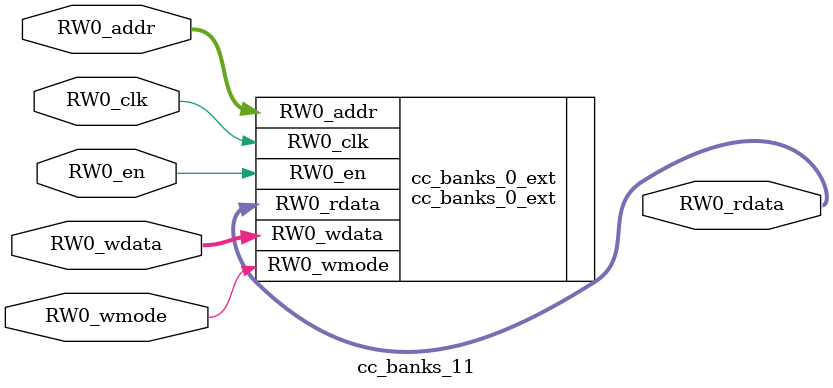
<source format=sv>
module cc_banks_11(	// @[generators/rocket-chip/src/main/scala/util/DescribedSRAM.scala:17:26]
  input  [11:0] RW0_addr,
  input         RW0_en,
  input         RW0_clk,
  input         RW0_wmode,
  input  [63:0] RW0_wdata,
  output [63:0] RW0_rdata
);

  cc_banks_0_ext cc_banks_0_ext (	// @[generators/rocket-chip/src/main/scala/util/DescribedSRAM.scala:17:26]
    .RW0_addr  (RW0_addr),
    .RW0_en    (RW0_en),
    .RW0_clk   (RW0_clk),
    .RW0_wmode (RW0_wmode),
    .RW0_wdata (RW0_wdata),
    .RW0_rdata (RW0_rdata)
  );	// @[generators/rocket-chip/src/main/scala/util/DescribedSRAM.scala:17:26]
endmodule


</source>
